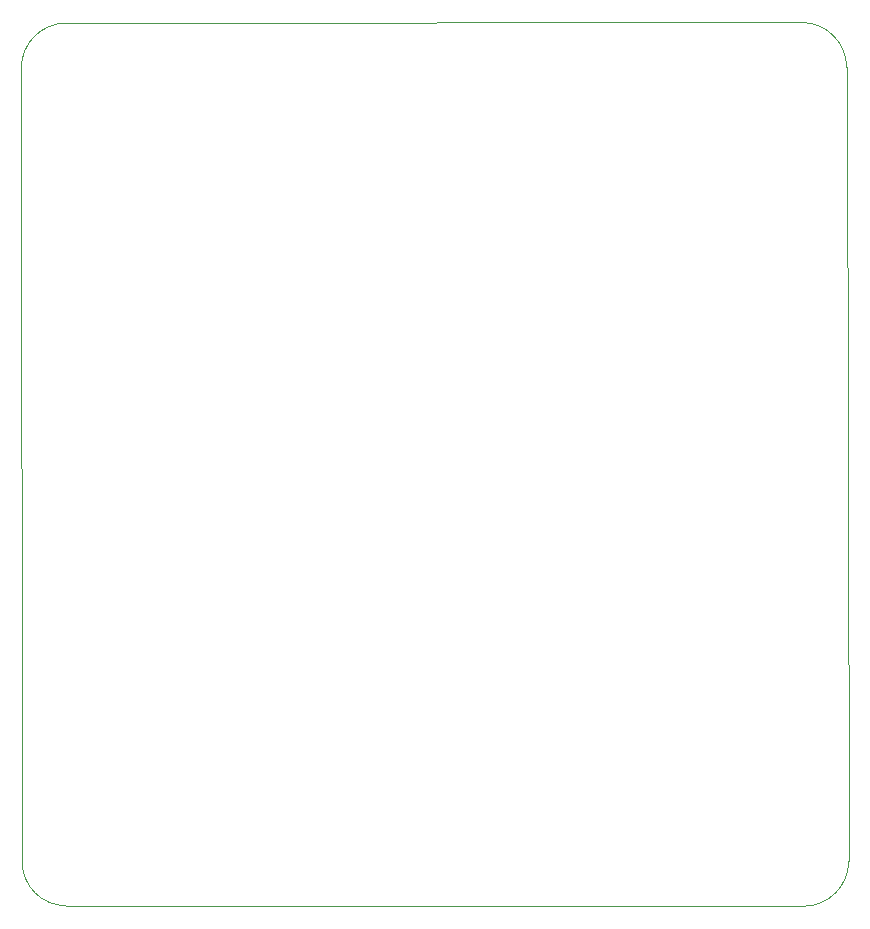
<source format=gbr>
%TF.GenerationSoftware,KiCad,Pcbnew,7.0.9*%
%TF.CreationDate,2024-04-08T21:40:24-04:00*%
%TF.ProjectId,WIRED-NAU7802-board-revB1,57495245-442d-44e4-9155-373830322d62,Rev B1*%
%TF.SameCoordinates,Original*%
%TF.FileFunction,Profile,NP*%
%FSLAX46Y46*%
G04 Gerber Fmt 4.6, Leading zero omitted, Abs format (unit mm)*
G04 Created by KiCad (PCBNEW 7.0.9) date 2024-04-08 21:40:24*
%MOMM*%
%LPD*%
G01*
G04 APERTURE LIST*
%TA.AperFunction,Profile*%
%ADD10C,0.100000*%
%TD*%
G04 APERTURE END LIST*
D10*
X120954800Y-138125200D02*
X120878601Y-70891400D01*
X187096400Y-141884400D02*
X124663200Y-141833600D01*
X190754000Y-70866000D02*
X190931800Y-138049000D01*
X124688600Y-67106716D02*
X186944000Y-67056000D01*
X124688600Y-67106717D02*
G75*
G03*
X120878602Y-70891400I0J-3810083D01*
G01*
X120954800Y-138125200D02*
G75*
G03*
X124663200Y-141833600I3708400J0D01*
G01*
X187096400Y-141884400D02*
G75*
G03*
X190931800Y-138049000I0J3835400D01*
G01*
X190754000Y-70866000D02*
G75*
G03*
X186944000Y-67056000I-3810000J0D01*
G01*
M02*

</source>
